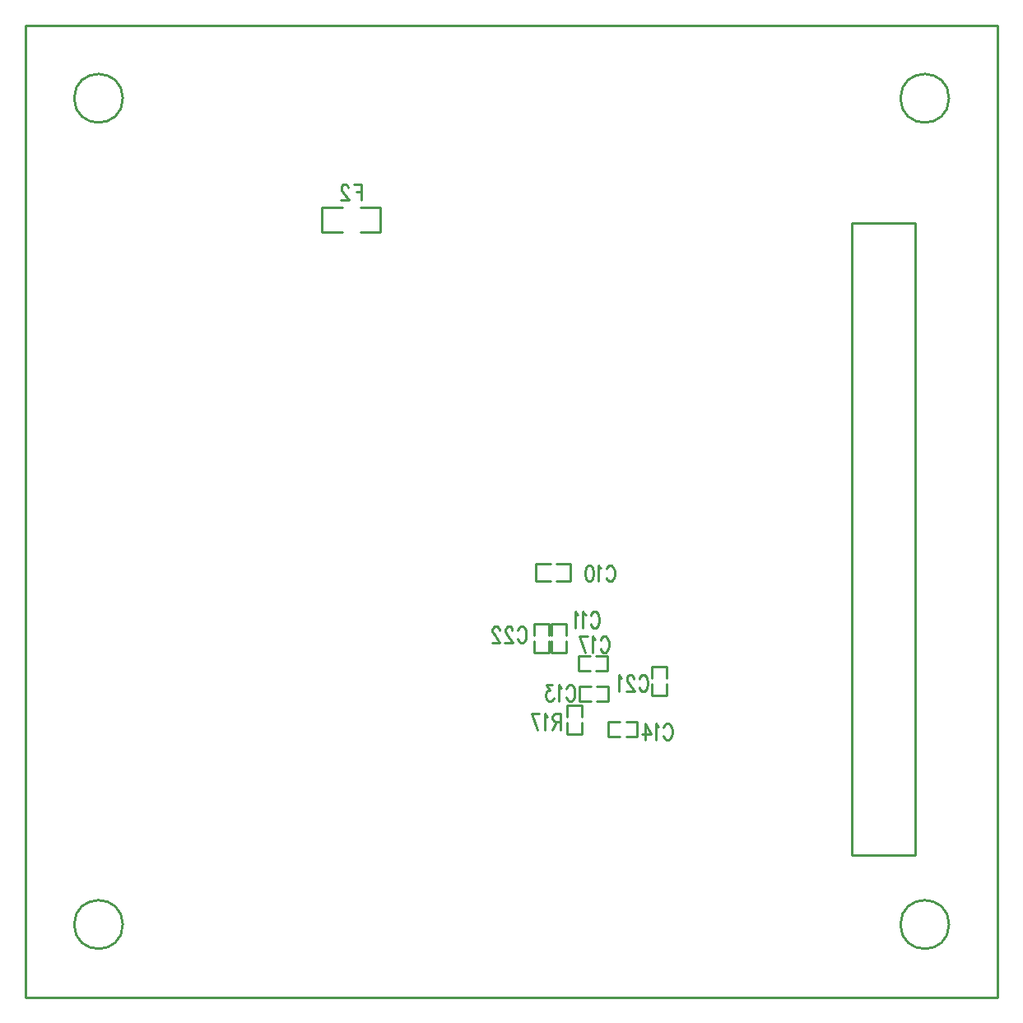
<source format=gbo>
*
*
G04 PADS VX.1.2 Build Number: 698008 generated Gerber (RS-274-X) file*
G04 PC Version=2.1*
*
%IN "opqbox2.pcb"*%
*
%MOIN*%
*
%FSLAX35Y35*%
*
*
*
*
G04 PC Standard Apertures*
*
*
G04 Thermal Relief Aperture macro.*
%AMTER*
1,1,$1,0,0*
1,0,$1-$2,0,0*
21,0,$3,$4,0,0,45*
21,0,$3,$4,0,0,135*
%
*
*
G04 Annular Aperture macro.*
%AMANN*
1,1,$1,0,0*
1,0,$2,0,0*
%
*
*
G04 Odd Aperture macro.*
%AMODD*
1,1,$1,0,0*
1,0,$1-0.005,0,0*
%
*
*
G04 PC Custom Aperture Macros*
*
*
*
*
*
*
G04 PC Aperture Table*
*
%ADD010C,0.001*%
%ADD013C,0.01*%
*
*
*
*
G04 PC Circuitry*
G04 Layer Name opqbox2.pcb - circuitry*
%LPD*%
*
*
G04 PC Custom Flashes*
G04 Layer Name opqbox2.pcb - flashes*
%LPD*%
*
*
G04 PC Circuitry*
G04 Layer Name opqbox2.pcb - circuitry*
%LPD*%
*
G54D10*
G54D13*
G01X460394Y157480D02*
Y413780D01*
X434646*
Y157480*
X460394*
X312580Y268547D02*
X306780D01*
Y275547*
X312580*
X314980Y268547D02*
X320780D01*
Y275547*
X314980*
X319441Y213652D02*
Y218202D01*
X325441*
Y213652*
X319441Y211152D02*
Y206602D01*
X325441*
Y211152*
X228140Y409961D02*
X220090D01*
Y419961*
X228140*
X235640Y409961D02*
X243690D01*
Y419961*
X235640*
X311858Y244222D02*
Y239672D01*
X305858*
Y244222*
X311858Y246722D02*
Y251272D01*
X305858*
Y246722*
X318945Y244222D02*
Y239672D01*
X312945*
Y244222*
X318945Y246722D02*
Y251272D01*
X312945*
Y246722*
X331368Y225835D02*
X335918D01*
Y219835*
X331368*
X328868Y225835D02*
X324318D01*
Y219835*
X328868*
X340679Y205465D02*
X336129D01*
Y211465*
X340679*
X343179Y205465D02*
X347729D01*
Y211465*
X343179*
X330974Y238433D02*
X335524D01*
Y232433*
X330974*
X328474Y238433D02*
X323924D01*
Y232433*
X328474*
X359693Y226900D02*
Y222350D01*
X353693*
Y226900*
X359693Y229400D02*
Y233950D01*
X353693*
Y229400*
X335174Y273504D02*
X335401Y274129D01*
X335855Y274754*
X336310Y275066*
X337219*
X337674Y274754*
X338128Y274129*
X338355Y273504*
X338583Y272566*
Y271004*
X338355Y270066*
X338128Y269441*
X337674Y268816*
X337219Y268504*
X336310*
X335855Y268816*
X335401Y269441*
X335174Y270066*
X333128Y273816D02*
X332674Y274129D01*
X331992Y275066*
Y268504*
X328583Y275066D02*
X329264Y274754D01*
X329719Y273816*
X329946Y272254*
Y271316*
X329719Y269754*
X329264Y268816*
X328583Y268504*
X328128*
X327446Y268816*
X326992Y269754*
X326764Y271316*
Y272254*
X326992Y273816*
X327446Y274754*
X328128Y275066*
X328583*
X316535Y214830D02*
Y208268D01*
Y214830D02*
X314490D01*
X313808Y214518*
X313581Y214205*
X313354Y213580*
Y212955*
X313581Y212330*
X313808Y212018*
X314490Y211705*
X316535*
X314945D02*
X313354Y208268D01*
X311308Y213580D02*
X310854Y213893D01*
X310172Y214830*
Y208268*
X304945Y214830D02*
X307217Y208268D01*
X308126Y214830D02*
X304945D01*
X235827Y429397D02*
Y422835D01*
Y429397D02*
X232872D01*
X235827Y426272D02*
X234009D01*
X230599Y427835D02*
Y428147D01*
X230599D02*
X230372Y428772D01*
X230145Y429085*
X229690Y429397*
X228781*
X228327Y429085*
X228099Y428772*
X228099D02*
X227872Y428147D01*
Y427522*
X228099Y426897*
X228099D02*
X228554Y425960D01*
X230827Y422835*
X227645*
X299347Y248701D02*
X299574Y249326D01*
X300029Y249951*
X300483Y250263*
X301392*
X301847Y249951*
X302301Y249326*
X302529Y248701*
X302756Y247763*
Y246201*
X302529Y245263*
X302301Y244638*
X301847Y244013*
X301392Y243701*
X300483*
X300029Y244013*
X299574Y244638*
X299347Y245263*
X297074Y248701D02*
Y249013D01*
X296847Y249638*
X296620Y249951*
X296165Y250263*
X295256*
X294801Y249951*
X294574Y249638*
X294347Y249013*
Y248388*
X294574Y247763*
X295029Y246826*
X297301Y243701*
X294120*
X291847Y248701D02*
Y249013D01*
X291620Y249638*
X291392Y249951*
X290938Y250263*
X290029*
X289574Y249951*
X289347Y249638*
X289120Y249013*
Y248388*
X289347Y247763*
X289801Y246826*
X292074Y243701*
X288892*
X328874Y254606D02*
X329102Y255231D01*
X329556Y255856*
X330011Y256169*
X330920*
X331374Y255856*
X331829Y255231*
X332056Y254606*
X332283Y253669*
Y252106*
X332056Y251169*
X331829Y250544*
X331374Y249919*
X330920Y249606*
X330011*
X329556Y249919*
X329102Y250544*
X328874Y251169*
X326829Y254919D02*
X326374Y255231D01*
X325693Y256169*
Y249606*
X323647Y254919D02*
X323193Y255231D01*
X322511Y256169*
Y249606*
X319032Y225079D02*
X319259Y225704D01*
X319714Y226329*
X320168Y226641*
X321077*
X321532Y226329*
X321986Y225704*
X322214Y225079*
X322441Y224141*
Y222579*
X322214Y221641*
X321986Y221016*
X321532Y220391*
X321077Y220079*
X320168*
X319714Y220391*
X319259Y221016*
X319032Y221641*
X316986Y225391D02*
X316532Y225704D01*
X315850Y226641*
Y220079*
X313350Y226641D02*
X310850D01*
X312214Y224141*
X311532*
X311077Y223829*
X310850Y223516*
X310623Y222579*
Y221954*
X310850Y221016*
X311305Y220391*
X311986Y220079*
X312668*
X313350Y220391*
X313577Y220704*
X313805Y221329*
X358402Y209331D02*
X358629Y209956D01*
X359084Y210581*
X359538Y210893*
X360447*
X360902Y210581*
X361356Y209956*
X361584Y209331*
X361811Y208393*
Y206831*
X361584Y205893*
X361356Y205268*
X360902Y204643*
X360447Y204331*
X359538*
X359084Y204643*
X358629Y205268*
X358402Y205893*
X356356Y209643D02*
X355902Y209956D01*
X355220Y210893*
Y204331*
X350902Y210893D02*
X353175Y206518D01*
X349766*
X350902Y210893D02*
Y204331D01*
X332811Y244764D02*
X333039Y245389D01*
X333493Y246014*
X333948Y246326*
X334857*
X335311Y246014*
X335766Y245389*
X335993Y244764*
X336220Y243826*
Y242264*
X335993Y241326*
X335766Y240701*
X335311Y240076*
X334857Y239764*
X333948*
X333493Y240076*
X333039Y240701*
X332811Y241326*
X330766Y245076D02*
X330311Y245389D01*
X329630Y246326*
Y239764*
X324402Y246326D02*
X326675Y239764D01*
X327584Y246326D02*
X324402D01*
X348559Y229016D02*
X348787Y229641D01*
X349241Y230266*
X349696Y230578*
X350605*
X351059Y230266*
X351514Y229641*
X351741Y229016*
X351969Y228078*
Y226516*
X351741Y225578*
X351514Y224953*
X351059Y224328*
X350605Y224016*
X349696*
X349241Y224328*
X348787Y224953*
X348559Y225578*
X346287Y229016D02*
Y229328D01*
X346059Y229953*
X345832Y230266*
X345378Y230578*
X344469*
X344014Y230266*
X343787Y229953*
X343559Y229328*
Y228703*
X343787Y228078*
X344241Y227141*
X346514Y224016*
X343332*
X341287Y229328D02*
X340832Y229641D01*
X340150Y230578*
Y224016*
X100000Y100000D02*
Y493701D01*
X493701*
Y100000*
X100000*
X139370Y129528D02*
G75*
G03X139370I-9842J0D01*
G01X474016D02*
G03X474016I-9843J0D01*
G01Y464173D02*
G03X474016I-9843J0D01*
G01X139370D02*
G03X139370I-9842J0D01*
G74*
G01X0Y0D02*
M02*

</source>
